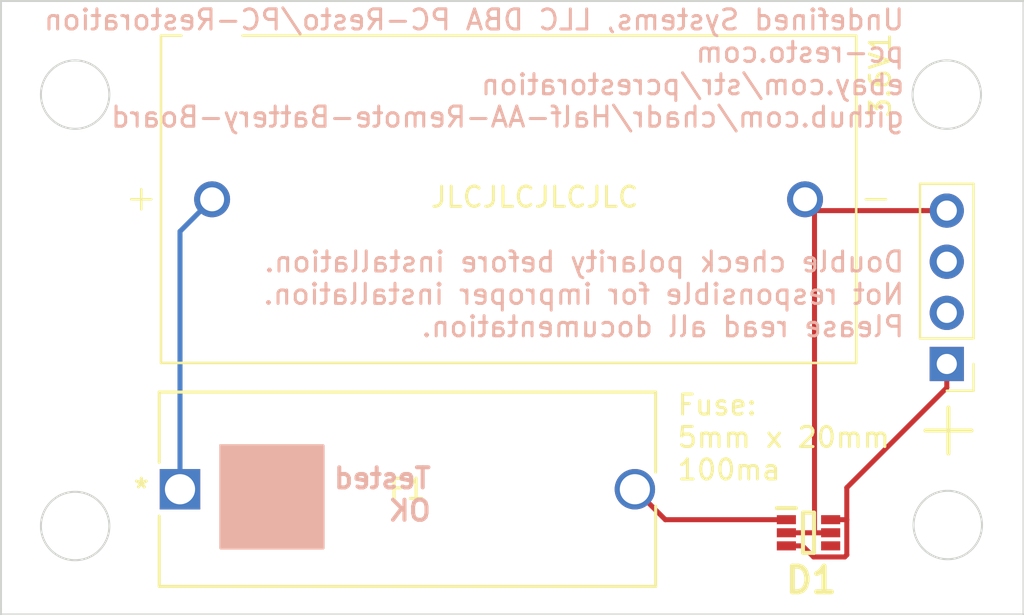
<source format=kicad_pcb>
(kicad_pcb (version 20221018) (generator pcbnew)
  (layers (0 "F.Cu" signal) (31 "B.Cu" signal) (34 "B.Paste" user) (35 "F.Paste" user) (36 "B.SilkS" user "B.Silkscreen") (37 "F.SilkS" user "F.Silkscreen") (38 "B.Mask" user) (39 "F.Mask" user) (44 "Edge.Cuts" user))
  (net 0 "")
  (net 1 "Net-(3.6V1-PadP)")
  (net 2 "Net-(D1-GND)")
  (net 3 "Net-(D1-VIN)")
  (net 6 "Net-(D1-VOUT)")
  (footprint "Connector_PinHeader_2.54mm:PinHeader_1x04_P2.54mm_Vertical" (layer "F.Cu") (at 191.77 92.964 180)
    (fp_text reference "J1" hide)
    (fp_text value "Conn_01x04_Pin" hide)
    (fp_line (start -1.33 -1.33) (end 0 -1.33) (stroke (width 0.12)) (layer "F.SilkS"))
    (fp_line (start -1.33 0) (end -1.33 -1.33) (stroke (width 0.12)) (layer "F.SilkS"))
    (fp_line (start -1.33 1.27) (end -1.33 8.95) (stroke (width 0.12)) (layer "F.SilkS"))
    (fp_line (start -1.33 1.27) (end 1.33 1.27) (stroke (width 0.12)) (layer "F.SilkS"))
    (fp_line (start -1.33 8.95) (end 1.33 8.95) (stroke (width 0.12)) (layer "F.SilkS"))
    (fp_line (start 1.33 1.27) (end 1.33 8.95) (stroke (width 0.12)) (layer "F.SilkS"))
    (pad "1" thru_hole rect (at 0 0 180) (size 1.7 1.7) (drill 1) (layers "*.Cu" "*.Mask") (net 6 "Net-(D1-VOUT)"))
    (pad "2" thru_hole oval (at 0 2.54 180) (size 1.7 1.7) (drill 1) (layers "*.Cu" "*.Mask"))
    (pad "3" thru_hole oval (at 0 5.08 180) (size 1.7 1.7) (drill 1) (layers "*.Cu" "*.Mask"))
    (pad "4" thru_hole oval (at 0 7.62 180) (size 1.7 1.7) (drill 1) (layers "*.Cu" "*.Mask") (net 2 "Net-(D1-GND)"))
  )
  (footprint "footprints:FUSE_0PTF0078P_LTF" (layer "F.Cu") (at 153.673 99.187)
    (fp_text reference "F1" (at 11.3 0 unlocked) (layer "F.SilkS"))
    (fp_text value "0PTF0078P")
    (fp_text user "*" (at -1.9207 0 unlocked) (layer "F.SilkS"))
    (fp_text user "*" (at -1.9207 0) (layer "F.SilkS"))
    (fp_line (start -1.0317 -4.826) (end -1.0317 -1.334826) (stroke (width 0.1524)) (layer "F.SilkS"))
    (fp_line (start -1.0317 1.334826) (end -1.0317 4.826) (stroke (width 0.1524)) (layer "F.SilkS"))
    (fp_line (start -1.0317 4.826) (end 23.6317 4.826) (stroke (width 0.1524)) (layer "F.SilkS"))
    (fp_line (start 23.6317 -4.826) (end -1.0317 -4.826) (stroke (width 0.1524)) (layer "F.SilkS"))
    (fp_line (start 23.6317 -0.848881) (end 23.6317 -4.826) (stroke (width 0.1524)) (layer "F.SilkS"))
    (fp_line (start 23.6317 4.826) (end 23.6317 0.848881) (stroke (width 0.1524)) (layer "F.SilkS"))
    (pad "1" thru_hole rect (at 0 0) (size 2.0066 2.0066) (drill 1.4986) (layers "*.Cu" "*.Mask") (net 1 "Net-(3.6V1-PadP)"))
    (pad "2" thru_hole circle (at 22.6 0) (size 2.0066 2.0066) (drill 1.4986) (layers "*.Cu" "*.Mask") (net 3 "Net-(D1-VIN)"))
  )
  (footprint "108 Battery Holder:BAT_108" (layer "F.Cu") (at 169.9985 84.782)
    (fp_text reference "3.6V1" (at 18.4695 -6.169 90) (layer "F.SilkS"))
    (fp_text value "108")
    (fp_line (start -18.75 0) (end -17.75 0) (stroke (width 0.127)) (layer "F.SilkS"))
    (fp_line (start -18.25 -0.5) (end -18.25 0.5) (stroke (width 0.127)) (layer "F.SilkS"))
    (fp_line (start -17.27 -8.13) (end -16.25 -8.13) (stroke (width 0.127)) (layer "F.SilkS"))
    (fp_line (start -17.27 8.13) (end -17.27 -8.13) (stroke (width 0.127)) (layer "F.SilkS"))
    (fp_line (start -13.22 -8.13) (end 17.27 -8.13) (stroke (width 0.127)) (layer "F.SilkS"))
    (fp_line (start 17.27 -8.13) (end 17.27 8.13) (stroke (width 0.127)) (layer "F.SilkS"))
    (fp_line (start 17.27 8.13) (end -17.27 8.13) (stroke (width 0.127)) (layer "F.SilkS"))
    (fp_line (start 17.75 0) (end 18.75 0) (stroke (width 0.127)) (layer "F.SilkS"))
    (pad "" np_thru_hole circle (at -14.73 -7.09) (size 2.38 2.38) (drill 2.38) (layers "*.Cu" "*.Mask"))
    (pad "N" thru_hole circle (at 14.73 0) (size 1.785 1.785) (drill 1.19) (layers "*.Cu" "*.Mask") (net 2 "Net-(D1-GND)"))
    (pad "P" thru_hole circle (at -14.73 0) (size 1.785 1.785) (drill 1.19) (layers "*.Cu" "*.Mask") (net 1 "Net-(3.6V1-PadP)"))
  )
  (footprint "LM66100DCKR:SOP65P210X110-6N" (layer "F.Cu") (at 184.9 101.35)
    (fp_text reference "D1" (at 0.136625 2.356345) (layer "F.SilkS") (effects (font (size 1.27 1.27) (thickness 0.254))))
    (fp_text value "LM66100DCKR" hide)
    (fp_line (start -1.575 -1.225) (end -0.625 -1.225) (stroke (width 0.2)) (layer "F.SilkS"))
    (fp_line (start -0.275 -1) (end 0.275 -1) (stroke (width 0.2)) (layer "F.SilkS"))
    (fp_line (start -0.275 1) (end -0.275 -1) (stroke (width 0.2)) (layer "F.SilkS"))
    (fp_line (start 0.275 -1) (end 0.275 1) (stroke (width 0.2)) (layer "F.SilkS"))
    (fp_line (start 0.275 1) (end -0.275 1) (stroke (width 0.2)) (layer "F.SilkS"))
    (pad "1" smd rect (at -1.1 -0.65 90) (size 0.45 0.95) (layers "F.Cu" "F.Paste" "F.Mask") (net 3 "Net-(D1-VIN)"))
    (pad "2" smd rect (at -1.1 0 90) (size 0.45 0.95) (layers "F.Cu" "F.Paste" "F.Mask") (net 2 "Net-(D1-GND)"))
    (pad "3" smd rect (at -1.1 0.65 90) (size 0.45 0.95) (layers "F.Cu" "F.Paste" "F.Mask") (net 6 "Net-(D1-VOUT)"))
    (pad "4" smd rect (at 1.1 0.65 90) (size 0.45 0.95) (layers "F.Cu" "F.Paste" "F.Mask"))
    (pad "5" smd rect (at 1.1 0 90) (size 0.45 0.95) (layers "F.Cu" "F.Paste" "F.Mask") (net 2 "Net-(D1-GND)"))
    (pad "6" smd rect (at 1.1 -0.65 90) (size 0.45 0.95) (layers "F.Cu" "F.Paste" "F.Mask") (net 6 "Net-(D1-VOUT)"))
  )
  (gr_rect (start 155.702 97.028) (end 160.782 102.108) (stroke (width 0.15)) (fill solid) (layer "B.SilkS"))
  (gr_circle (center 148.463 79.58) (end 150.163 79.58) (stroke (width 0.1)) (fill none) (layer "Edge.Cuts"))
  (gr_circle (center 191.77 79.58) (end 193.47 79.58) (stroke (width 0.1)) (fill none) (layer "Edge.Cuts"))
  (gr_line (start 144.78 75.057) (end 144.78 105.41) (stroke (width 0.1)) (layer "Edge.Cuts"))
  (gr_line (start 144.78 105.41) (end 195.58 105.41) (stroke (width 0.1)) (layer "Edge.Cuts"))
  (gr_circle (center 191.819 100.965) (end 193.519 100.965) (stroke (width 0.1)) (fill none) (layer "Edge.Cuts"))
  (gr_line (start 195.58 74.93) (end 144.78 74.93) (stroke (width 0.1)) (layer "Edge.Cuts"))
  (gr_line (start 144.78 74.93) (end 144.78 75.057) (stroke (width 0.1)) (layer "Edge.Cuts"))
  (gr_circle (center 148.463 101.014) (end 150.163 101.014) (stroke (width 0.1)) (fill none) (layer "Edge.Cuts"))
  (gr_line (start 195.58 105.41) (end 195.58 74.93) (stroke (width 0.1)) (layer "Edge.Cuts"))
  (gr_text "Double check polarity before installation.\nNot responsible for improper installation.\nPlease read all documentation." (at 189.738 91.694) (layer "B.SilkS") (effects (font (size 1 1)) (justify left bottom mirror)))
  (gr_text "Undefined Systems, LLC DBA PC-Resto/PC-Restoration\npc-resto.com\nebay.com/str/pcrestoration\ngithub.com/chadr/Half-AA-Remote-Battery-Board" (at 189.738 81.28) (layer "B.SilkS") (effects (font (size 1 1)) (justify left bottom mirror)))
  (gr_text "Tested\nOK" (at 166.243 100.838) (layer "B.SilkS") (effects (font (size 1 1) (thickness 0.2) bold) (justify left bottom mirror)))
  (gr_text "+" (at 189.865 97.79) (layer "F.SilkS") (effects (font (size 3 3) (thickness 0.2) bold) (justify left bottom)))
  (gr_text "JLCJLCJLCJLC" (at 166.05 85.26) (layer "F.SilkS") (effects (font (size 1 1)) (justify left bottom)))
  (gr_text "Fuse:\n5mm x 20mm\n100ma" (at 178.308 98.806) (layer "F.SilkS") (effects (font (size 1 1)) (justify left bottom)))
  (segment (start 153.673 86.3775) (end 153.673 99.187) (width 0.25) (layer "B.Cu") (net 1))
  (segment (start 155.2685 84.782) (end 153.673 86.3775) (width 0.25) (layer "B.Cu") (net 1))
  (segment (start 185.1981 85.2516) (end 185.1981 85.344) (width 0.25) (layer "F.Cu") (net 2))
  (segment (start 185.1981 101.35) (end 183.8 101.35) (width 0.25) (layer "F.Cu") (net 2))
  (segment (start 184.7285 84.782) (end 185.1981 85.2516) (width 0.25) (layer "F.Cu") (net 2))
  (segment (start 191.77 85.344) (end 190.5931 85.344) (width 0.25) (layer "F.Cu") (net 2))
  (segment (start 185.1981 85.344) (end 185.1981 101.35) (width 0.25) (layer "F.Cu") (net 2))
  (segment (start 185.1981 85.344) (end 190.5931 85.344) (width 0.25) (layer "F.Cu") (net 2))
  (segment (start 186 101.35) (end 185.1981 101.35) (width 0.25) (layer "F.Cu") (net 2))
  (segment (start 183.8 100.7) (end 177.786 100.7) (width 0.25) (layer "F.Cu") (net 3))
  (segment (start 177.786 100.7) (end 176.273 99.187) (width 0.25) (layer "F.Cu") (net 3))
  (segment (start 191.77 94.1409) (end 186.8019 99.109) (width 0.25) (layer "F.Cu") (net 6))
  (segment (start 186.8019 99.109) (end 186.8019 100.7) (width 0.25) (layer "F.Cu") (net 6))
  (segment (start 186.7004 102.5519) (end 185.1538 102.5519) (width 0.25) (layer "F.Cu") (net 6))
  (segment (start 185.1538 102.5519) (end 184.6019 102) (width 0.25) (layer "F.Cu") (net 6))
  (segment (start 186 100.7) (end 186.8019 100.7) (width 0.25) (layer "F.Cu") (net 6))
  (segment (start 191.77 92.964) (end 191.77 94.1409) (width 0.25) (layer "F.Cu") (net 6))
  (segment (start 183.8 102) (end 184.6019 102) (width 0.25) (layer "F.Cu") (net 6))
  (segment (start 186.8019 100.7) (end 186.8019 102.4504) (width 0.25) (layer "F.Cu") (net 6))
  (segment (start 186.8019 102.4504) (end 186.7004 102.5519) (width 0.25) (layer "F.Cu") (net 6))
)
</source>
